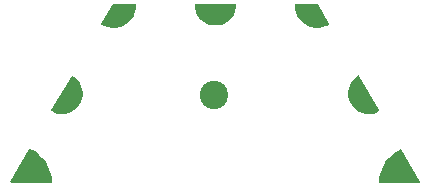
<source format=gbr>
G04 EAGLE Gerber RS-274X export*
G75*
%MOMM*%
%FSLAX34Y34*%
%LPD*%
%INSoldermask Bottom*%
%IPPOS*%
%AMOC8*
5,1,8,0,0,1.08239X$1,22.5*%
G01*
%ADD10C,2.401600*%
%ADD11C,1.101600*%

G36*
X207648Y345713D02*
X207648Y345713D01*
X207689Y345721D01*
X207730Y345720D01*
X207785Y345741D01*
X207843Y345752D01*
X207877Y345776D01*
X207916Y345791D01*
X207958Y345832D01*
X208007Y345865D01*
X208029Y345900D01*
X208059Y345929D01*
X208082Y345983D01*
X208114Y346033D01*
X208121Y346073D01*
X208137Y346112D01*
X208140Y346185D01*
X208147Y346229D01*
X208142Y346250D01*
X208143Y346278D01*
X207568Y350596D01*
X207559Y350623D01*
X207555Y350660D01*
X206422Y354867D01*
X206409Y354892D01*
X206401Y354929D01*
X204728Y358951D01*
X204712Y358975D01*
X204699Y359010D01*
X202516Y362779D01*
X202497Y362801D01*
X202479Y362834D01*
X199822Y366286D01*
X199801Y366305D01*
X199779Y366335D01*
X196694Y369411D01*
X196671Y369427D01*
X196645Y369454D01*
X193185Y372102D01*
X193160Y372114D01*
X193131Y372138D01*
X189355Y374311D01*
X189348Y374313D01*
X189343Y374318D01*
X189254Y374344D01*
X189166Y374374D01*
X189159Y374373D01*
X189152Y374375D01*
X189061Y374365D01*
X188968Y374358D01*
X188962Y374355D01*
X188955Y374354D01*
X188874Y374309D01*
X188792Y374266D01*
X188787Y374260D01*
X188781Y374257D01*
X188675Y374129D01*
X172571Y346453D01*
X172558Y346415D01*
X172536Y346381D01*
X172526Y346322D01*
X172507Y346265D01*
X172510Y346225D01*
X172503Y346185D01*
X172517Y346127D01*
X172522Y346066D01*
X172540Y346031D01*
X172549Y345992D01*
X172585Y345943D01*
X172613Y345890D01*
X172643Y345864D01*
X172667Y345832D01*
X172719Y345801D01*
X172765Y345762D01*
X172804Y345751D01*
X172838Y345730D01*
X172913Y345718D01*
X172956Y345705D01*
X172976Y345707D01*
X173002Y345703D01*
X207648Y345713D01*
G37*
G36*
X519442Y345711D02*
X519442Y345711D01*
X519483Y345709D01*
X519539Y345730D01*
X519597Y345742D01*
X519631Y345766D01*
X519669Y345780D01*
X519712Y345821D01*
X519761Y345855D01*
X519783Y345889D01*
X519812Y345918D01*
X519836Y345972D01*
X519868Y346022D01*
X519875Y346063D01*
X519891Y346101D01*
X519891Y346160D01*
X519901Y346218D01*
X519891Y346258D01*
X519892Y346299D01*
X519865Y346369D01*
X519855Y346412D01*
X519842Y346429D01*
X519833Y346455D01*
X503729Y373877D01*
X503724Y373882D01*
X503722Y373888D01*
X503658Y373955D01*
X503596Y374025D01*
X503590Y374028D01*
X503585Y374033D01*
X503500Y374070D01*
X503416Y374109D01*
X503409Y374109D01*
X503403Y374112D01*
X503310Y374113D01*
X503217Y374117D01*
X503211Y374114D01*
X503204Y374114D01*
X503048Y374056D01*
X499317Y371898D01*
X499296Y371880D01*
X499262Y371862D01*
X495845Y369236D01*
X495826Y369214D01*
X495796Y369193D01*
X492750Y366142D01*
X492734Y366119D01*
X492707Y366093D01*
X490085Y362672D01*
X490073Y362646D01*
X490049Y362617D01*
X487896Y358883D01*
X487887Y358856D01*
X487868Y358824D01*
X486221Y354841D01*
X486216Y354813D01*
X486200Y354779D01*
X485087Y350615D01*
X485086Y350587D01*
X485075Y350551D01*
X484515Y346277D01*
X484518Y346236D01*
X484511Y346196D01*
X484525Y346138D01*
X484529Y346078D01*
X484548Y346042D01*
X484557Y346002D01*
X484592Y345954D01*
X484619Y345901D01*
X484651Y345875D01*
X484675Y345842D01*
X484726Y345812D01*
X484772Y345773D01*
X484811Y345761D01*
X484846Y345741D01*
X484919Y345728D01*
X484962Y345715D01*
X484983Y345717D01*
X485010Y345713D01*
X519402Y345703D01*
X519442Y345711D01*
G37*
G36*
X347640Y478768D02*
X347640Y478768D01*
X347688Y478768D01*
X350457Y479230D01*
X350490Y479242D01*
X350537Y479250D01*
X353193Y480162D01*
X353223Y480179D01*
X353268Y480195D01*
X355738Y481531D01*
X355764Y481553D01*
X355807Y481576D01*
X358022Y483301D01*
X358045Y483327D01*
X358083Y483357D01*
X359985Y485422D01*
X360003Y485452D01*
X360035Y485487D01*
X361571Y487838D01*
X361584Y487870D01*
X361610Y487910D01*
X362738Y490482D01*
X362745Y490515D01*
X362765Y490560D01*
X363454Y493281D01*
X363456Y493316D01*
X363468Y493363D01*
X363700Y496161D01*
X363696Y496190D01*
X363701Y496219D01*
X363685Y496288D01*
X363676Y496358D01*
X363662Y496384D01*
X363655Y496412D01*
X363613Y496469D01*
X363578Y496531D01*
X363554Y496549D01*
X363537Y496572D01*
X363476Y496608D01*
X363419Y496651D01*
X363391Y496659D01*
X363366Y496674D01*
X363268Y496690D01*
X363227Y496701D01*
X363216Y496699D01*
X363202Y496701D01*
X329202Y496701D01*
X329173Y496695D01*
X329144Y496698D01*
X329077Y496676D01*
X329007Y496662D01*
X328983Y496645D01*
X328955Y496636D01*
X328902Y496589D01*
X328843Y496549D01*
X328828Y496525D01*
X328806Y496505D01*
X328774Y496441D01*
X328736Y496382D01*
X328731Y496353D01*
X328719Y496327D01*
X328710Y496227D01*
X328703Y496185D01*
X328706Y496175D01*
X328704Y496161D01*
X328936Y493363D01*
X328946Y493329D01*
X328950Y493281D01*
X329639Y490560D01*
X329654Y490528D01*
X329666Y490482D01*
X330794Y487910D01*
X330814Y487882D01*
X330833Y487838D01*
X332369Y485487D01*
X332393Y485463D01*
X332419Y485422D01*
X334321Y483357D01*
X334349Y483336D01*
X334382Y483301D01*
X336597Y481576D01*
X336628Y481561D01*
X336666Y481531D01*
X339136Y480195D01*
X339169Y480185D01*
X339211Y480162D01*
X341867Y479250D01*
X341901Y479246D01*
X341947Y479230D01*
X344716Y478768D01*
X344751Y478769D01*
X344798Y478761D01*
X347606Y478761D01*
X347640Y478768D01*
G37*
G36*
X476588Y403735D02*
X476588Y403735D01*
X476636Y403732D01*
X479424Y404042D01*
X479457Y404053D01*
X479505Y404058D01*
X482203Y404823D01*
X482233Y404839D01*
X482280Y404852D01*
X484815Y406051D01*
X484839Y406068D01*
X484866Y406078D01*
X484918Y406127D01*
X484975Y406170D01*
X484989Y406195D01*
X485011Y406215D01*
X485039Y406280D01*
X485075Y406342D01*
X485078Y406370D01*
X485090Y406397D01*
X485091Y406468D01*
X485100Y406539D01*
X485092Y406567D01*
X485092Y406596D01*
X485058Y406689D01*
X485046Y406730D01*
X485039Y406739D01*
X485034Y406752D01*
X468034Y436152D01*
X468015Y436174D01*
X468002Y436200D01*
X467949Y436248D01*
X467902Y436301D01*
X467876Y436313D01*
X467854Y436333D01*
X467787Y436356D01*
X467723Y436386D01*
X467694Y436388D01*
X467666Y436397D01*
X467595Y436392D01*
X467524Y436395D01*
X467497Y436385D01*
X467468Y436383D01*
X467378Y436341D01*
X467338Y436326D01*
X467330Y436318D01*
X467317Y436312D01*
X465014Y434713D01*
X464990Y434688D01*
X464950Y434660D01*
X462941Y432703D01*
X462922Y432674D01*
X462887Y432641D01*
X461228Y430380D01*
X461213Y430349D01*
X461184Y430310D01*
X459920Y427807D01*
X459911Y427773D01*
X459889Y427730D01*
X459053Y425053D01*
X459050Y425019D01*
X459035Y424973D01*
X458652Y422194D01*
X458654Y422160D01*
X458648Y422112D01*
X458727Y419309D01*
X458735Y419275D01*
X458736Y419227D01*
X459275Y416475D01*
X459289Y416443D01*
X459298Y416395D01*
X460283Y413770D01*
X460301Y413740D01*
X460318Y413695D01*
X461722Y411267D01*
X461745Y411241D01*
X461769Y411200D01*
X463553Y409036D01*
X463580Y409014D01*
X463611Y408977D01*
X465727Y407136D01*
X465757Y407119D01*
X465793Y407088D01*
X468184Y405620D01*
X468216Y405609D01*
X468257Y405583D01*
X470856Y404530D01*
X470890Y404523D01*
X470935Y404505D01*
X473672Y403894D01*
X473707Y403893D01*
X473754Y403882D01*
X476554Y403730D01*
X476588Y403735D01*
G37*
G36*
X218650Y403882D02*
X218650Y403882D01*
X218684Y403891D01*
X218732Y403894D01*
X221469Y404505D01*
X221501Y404519D01*
X221548Y404530D01*
X224147Y405583D01*
X224176Y405602D01*
X224220Y405620D01*
X226611Y407088D01*
X226636Y407111D01*
X226677Y407136D01*
X228793Y408977D01*
X228814Y409004D01*
X228851Y409036D01*
X230635Y411200D01*
X230651Y411230D01*
X230682Y411267D01*
X232086Y413695D01*
X232097Y413728D01*
X232121Y413770D01*
X233106Y416395D01*
X233112Y416430D01*
X233129Y416475D01*
X233668Y419227D01*
X233668Y419262D01*
X233677Y419309D01*
X233756Y422112D01*
X233751Y422146D01*
X233752Y422194D01*
X233369Y424973D01*
X233357Y425005D01*
X233351Y425053D01*
X232515Y427730D01*
X232498Y427761D01*
X232484Y427807D01*
X231220Y430310D01*
X231198Y430337D01*
X231176Y430380D01*
X229517Y432641D01*
X229491Y432664D01*
X229463Y432703D01*
X227454Y434660D01*
X227425Y434679D01*
X227390Y434713D01*
X225087Y436312D01*
X225060Y436324D01*
X225037Y436342D01*
X224969Y436363D01*
X224904Y436391D01*
X224875Y436391D01*
X224847Y436399D01*
X224776Y436391D01*
X224705Y436392D01*
X224678Y436381D01*
X224649Y436377D01*
X224587Y436343D01*
X224522Y436315D01*
X224501Y436294D01*
X224476Y436280D01*
X224413Y436204D01*
X224383Y436173D01*
X224379Y436163D01*
X224370Y436152D01*
X207370Y406752D01*
X207361Y406724D01*
X207344Y406700D01*
X207329Y406631D01*
X207307Y406563D01*
X207309Y406534D01*
X207303Y406506D01*
X207316Y406436D01*
X207322Y406365D01*
X207335Y406339D01*
X207341Y406311D01*
X207381Y406252D01*
X207413Y406189D01*
X207436Y406170D01*
X207452Y406146D01*
X207534Y406089D01*
X207567Y406062D01*
X207577Y406059D01*
X207589Y406051D01*
X210124Y404852D01*
X210158Y404844D01*
X210201Y404823D01*
X212899Y404058D01*
X212934Y404056D01*
X212980Y404042D01*
X215768Y403732D01*
X215802Y403735D01*
X215850Y403730D01*
X218650Y403882D01*
G37*
G36*
X433571Y476687D02*
X433571Y476687D01*
X433618Y476685D01*
X436656Y477050D01*
X436688Y477061D01*
X436734Y477066D01*
X439674Y477914D01*
X439704Y477930D01*
X439750Y477942D01*
X442516Y479251D01*
X442538Y479268D01*
X442565Y479278D01*
X442617Y479327D01*
X442675Y479370D01*
X442689Y479395D01*
X442710Y479414D01*
X442739Y479480D01*
X442775Y479542D01*
X442778Y479570D01*
X442790Y479596D01*
X442791Y479668D01*
X442800Y479739D01*
X442792Y479766D01*
X442793Y479795D01*
X442757Y479890D01*
X442746Y479930D01*
X442739Y479939D01*
X442735Y479951D01*
X433235Y496451D01*
X433183Y496510D01*
X433137Y496572D01*
X433118Y496583D01*
X433103Y496600D01*
X433033Y496634D01*
X432966Y496674D01*
X432942Y496678D01*
X432924Y496686D01*
X432879Y496688D01*
X432802Y496701D01*
X413802Y496701D01*
X413774Y496696D01*
X413746Y496698D01*
X413678Y496676D01*
X413607Y496662D01*
X413584Y496646D01*
X413557Y496637D01*
X413502Y496590D01*
X413443Y496549D01*
X413428Y496525D01*
X413407Y496507D01*
X413375Y496442D01*
X413336Y496382D01*
X413331Y496354D01*
X413319Y496328D01*
X413310Y496227D01*
X413303Y496185D01*
X413305Y496175D01*
X413304Y496162D01*
X413547Y493112D01*
X413556Y493080D01*
X413560Y493033D01*
X414288Y490061D01*
X414303Y490030D01*
X414314Y489985D01*
X415510Y487168D01*
X415529Y487140D01*
X415547Y487097D01*
X417179Y484509D01*
X417203Y484485D01*
X417227Y484445D01*
X419254Y482152D01*
X419281Y482132D01*
X419312Y482096D01*
X421680Y480158D01*
X421710Y480142D01*
X421746Y480113D01*
X424394Y478580D01*
X424426Y478569D01*
X424466Y478545D01*
X427326Y477457D01*
X427359Y477451D01*
X427403Y477434D01*
X430400Y476818D01*
X430434Y476818D01*
X430480Y476809D01*
X433537Y476682D01*
X433571Y476687D01*
G37*
G36*
X261924Y476809D02*
X261924Y476809D01*
X261957Y476817D01*
X262004Y476818D01*
X265001Y477434D01*
X265032Y477447D01*
X265078Y477457D01*
X267938Y478545D01*
X267967Y478563D01*
X268010Y478580D01*
X270658Y480113D01*
X270684Y480135D01*
X270725Y480158D01*
X273092Y482096D01*
X273114Y482123D01*
X273150Y482152D01*
X275177Y484445D01*
X275194Y484474D01*
X275225Y484509D01*
X276857Y487097D01*
X276869Y487129D01*
X276894Y487168D01*
X278090Y489985D01*
X278097Y490018D01*
X278116Y490061D01*
X278844Y493033D01*
X278846Y493067D01*
X278857Y493112D01*
X279100Y496162D01*
X279096Y496191D01*
X279101Y496219D01*
X279084Y496288D01*
X279076Y496360D01*
X279062Y496384D01*
X279055Y496412D01*
X279012Y496470D01*
X278977Y496532D01*
X278954Y496549D01*
X278937Y496572D01*
X278875Y496609D01*
X278818Y496652D01*
X278790Y496659D01*
X278766Y496674D01*
X278666Y496690D01*
X278625Y496701D01*
X278615Y496699D01*
X278602Y496701D01*
X259602Y496701D01*
X259526Y496686D01*
X259448Y496677D01*
X259429Y496666D01*
X259407Y496662D01*
X259343Y496618D01*
X259275Y496579D01*
X259259Y496560D01*
X259243Y496549D01*
X259219Y496511D01*
X259169Y496451D01*
X249669Y479951D01*
X249660Y479924D01*
X249644Y479900D01*
X249629Y479830D01*
X249606Y479762D01*
X249609Y479734D01*
X249603Y479706D01*
X249617Y479636D01*
X249622Y479564D01*
X249635Y479539D01*
X249641Y479511D01*
X249681Y479451D01*
X249714Y479388D01*
X249736Y479370D01*
X249752Y479346D01*
X249835Y479288D01*
X249867Y479261D01*
X249878Y479258D01*
X249889Y479251D01*
X252655Y477942D01*
X252688Y477934D01*
X252730Y477914D01*
X255670Y477066D01*
X255704Y477063D01*
X255748Y477050D01*
X258786Y476685D01*
X258820Y476688D01*
X258867Y476682D01*
X261924Y476809D01*
G37*
D10*
X345186Y419608D03*
D11*
X428802Y489302D03*
X508100Y352552D03*
X184050Y352806D03*
X263602Y489302D03*
X470102Y417702D03*
X222302Y417702D03*
X346202Y489302D03*
M02*

</source>
